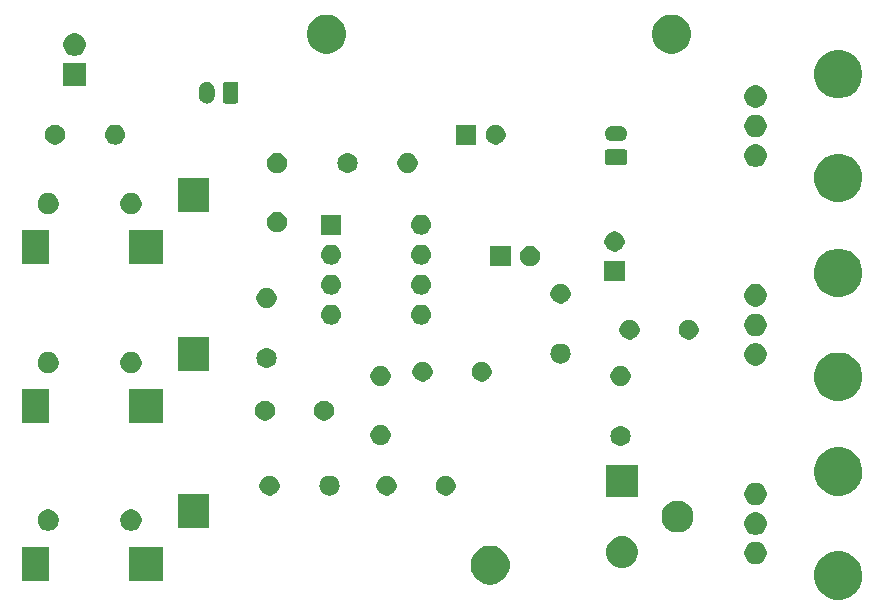
<source format=gbr>
G04 #@! TF.GenerationSoftware,KiCad,Pcbnew,(5.0.1)-rc2*
G04 #@! TF.CreationDate,2018-12-16T23:01:32-05:00*
G04 #@! TF.ProjectId,miniamp,6D696E69616D702E6B696361645F7063,rev?*
G04 #@! TF.SameCoordinates,Original*
G04 #@! TF.FileFunction,Soldermask,Top*
G04 #@! TF.FilePolarity,Negative*
%FSLAX46Y46*%
G04 Gerber Fmt 4.6, Leading zero omitted, Abs format (unit mm)*
G04 Created by KiCad (PCBNEW (5.0.1)-rc2) date 12/16/2018 11:01:32 PM*
%MOMM*%
%LPD*%
G01*
G04 APERTURE LIST*
%ADD10C,0.100000*%
G04 APERTURE END LIST*
D10*
G36*
X192891252Y-99495818D02*
X192891254Y-99495819D01*
X192891255Y-99495819D01*
X193264513Y-99650427D01*
X193491295Y-99801958D01*
X193600439Y-99874886D01*
X193886114Y-100160561D01*
X193886116Y-100160564D01*
X194110573Y-100496487D01*
X194265181Y-100869745D01*
X194265182Y-100869748D01*
X194344000Y-101265993D01*
X194344000Y-101670007D01*
X194293279Y-101925000D01*
X194265181Y-102066255D01*
X194110573Y-102439513D01*
X194110572Y-102439514D01*
X193886114Y-102775439D01*
X193600439Y-103061114D01*
X193600436Y-103061116D01*
X193264513Y-103285573D01*
X192891255Y-103440181D01*
X192891254Y-103440181D01*
X192891252Y-103440182D01*
X192495007Y-103519000D01*
X192090993Y-103519000D01*
X191694748Y-103440182D01*
X191694746Y-103440181D01*
X191694745Y-103440181D01*
X191321487Y-103285573D01*
X190985564Y-103061116D01*
X190985561Y-103061114D01*
X190699886Y-102775439D01*
X190475428Y-102439514D01*
X190475427Y-102439513D01*
X190320819Y-102066255D01*
X190292722Y-101925000D01*
X190242000Y-101670007D01*
X190242000Y-101265993D01*
X190320818Y-100869748D01*
X190320819Y-100869745D01*
X190475427Y-100496487D01*
X190699884Y-100160564D01*
X190699886Y-100160561D01*
X190985561Y-99874886D01*
X191094705Y-99801958D01*
X191321487Y-99650427D01*
X191694745Y-99495819D01*
X191694746Y-99495819D01*
X191694748Y-99495818D01*
X192090993Y-99417000D01*
X192495007Y-99417000D01*
X192891252Y-99495818D01*
X192891252Y-99495818D01*
G37*
G36*
X163121246Y-98961770D02*
X163295579Y-98996447D01*
X163596042Y-99120903D01*
X163850017Y-99290604D01*
X163866454Y-99301587D01*
X164096413Y-99531546D01*
X164096415Y-99531549D01*
X164277097Y-99801958D01*
X164366778Y-100018466D01*
X164401553Y-100102422D01*
X164465000Y-100421389D01*
X164465000Y-100746611D01*
X164401553Y-101065578D01*
X164277098Y-101366040D01*
X164096413Y-101636454D01*
X163866454Y-101866413D01*
X163866451Y-101866415D01*
X163596042Y-102047097D01*
X163295579Y-102171553D01*
X163189256Y-102192702D01*
X162976611Y-102235000D01*
X162651389Y-102235000D01*
X162438744Y-102192702D01*
X162332421Y-102171553D01*
X162031958Y-102047097D01*
X161761549Y-101866415D01*
X161761546Y-101866413D01*
X161531587Y-101636454D01*
X161350902Y-101366040D01*
X161226447Y-101065578D01*
X161163000Y-100746611D01*
X161163000Y-100421389D01*
X161226447Y-100102422D01*
X161261223Y-100018466D01*
X161350903Y-99801958D01*
X161531585Y-99531549D01*
X161531587Y-99531546D01*
X161761546Y-99301587D01*
X161777983Y-99290604D01*
X162031958Y-99120903D01*
X162332421Y-98996447D01*
X162506754Y-98961770D01*
X162651389Y-98933000D01*
X162976611Y-98933000D01*
X163121246Y-98961770D01*
X163121246Y-98961770D01*
G37*
G36*
X135160000Y-101925000D02*
X132258000Y-101925000D01*
X132258000Y-99023000D01*
X135160000Y-99023000D01*
X135160000Y-101925000D01*
X135160000Y-101925000D01*
G37*
G36*
X125460000Y-101925000D02*
X123158000Y-101925000D01*
X123158000Y-99023000D01*
X125460000Y-99023000D01*
X125460000Y-101925000D01*
X125460000Y-101925000D01*
G37*
G36*
X174253567Y-98146959D02*
X174384072Y-98172918D01*
X174629939Y-98274759D01*
X174850464Y-98422110D01*
X174851215Y-98422612D01*
X175039388Y-98610785D01*
X175039390Y-98610788D01*
X175187241Y-98832061D01*
X175266330Y-99023000D01*
X175289082Y-99077929D01*
X175333571Y-99301587D01*
X175341000Y-99338938D01*
X175341000Y-99605062D01*
X175289082Y-99866072D01*
X175187241Y-100111939D01*
X175039890Y-100332464D01*
X175039388Y-100333215D01*
X174851215Y-100521388D01*
X174851212Y-100521390D01*
X174629939Y-100669241D01*
X174384072Y-100771082D01*
X174253567Y-100797041D01*
X174123063Y-100823000D01*
X173856937Y-100823000D01*
X173726433Y-100797041D01*
X173595928Y-100771082D01*
X173350061Y-100669241D01*
X173128788Y-100521390D01*
X173128785Y-100521388D01*
X172940612Y-100333215D01*
X172940110Y-100332464D01*
X172792759Y-100111939D01*
X172690918Y-99866072D01*
X172639000Y-99605062D01*
X172639000Y-99338938D01*
X172646430Y-99301587D01*
X172690918Y-99077929D01*
X172713670Y-99023000D01*
X172792759Y-98832061D01*
X172940610Y-98610788D01*
X172940612Y-98610785D01*
X173128785Y-98422612D01*
X173129536Y-98422110D01*
X173350061Y-98274759D01*
X173595928Y-98172918D01*
X173726433Y-98146959D01*
X173856937Y-98121000D01*
X174123063Y-98121000D01*
X174253567Y-98146959D01*
X174253567Y-98146959D01*
G37*
G36*
X185570396Y-98653546D02*
X185743466Y-98725234D01*
X185899230Y-98829312D01*
X186031688Y-98961770D01*
X186135766Y-99117534D01*
X186207454Y-99290604D01*
X186244000Y-99474333D01*
X186244000Y-99661667D01*
X186207454Y-99845396D01*
X186135766Y-100018466D01*
X186031688Y-100174230D01*
X185899230Y-100306688D01*
X185743466Y-100410766D01*
X185570396Y-100482454D01*
X185386667Y-100519000D01*
X185199333Y-100519000D01*
X185015604Y-100482454D01*
X184842534Y-100410766D01*
X184686770Y-100306688D01*
X184554312Y-100174230D01*
X184450234Y-100018466D01*
X184378546Y-99845396D01*
X184342000Y-99661667D01*
X184342000Y-99474333D01*
X184378546Y-99290604D01*
X184450234Y-99117534D01*
X184554312Y-98961770D01*
X184686770Y-98829312D01*
X184842534Y-98725234D01*
X185015604Y-98653546D01*
X185199333Y-98617000D01*
X185386667Y-98617000D01*
X185570396Y-98653546D01*
X185570396Y-98653546D01*
G37*
G36*
X185570396Y-96153546D02*
X185743466Y-96225234D01*
X185899230Y-96329312D01*
X186031688Y-96461770D01*
X186135766Y-96617534D01*
X186207454Y-96790604D01*
X186244000Y-96974333D01*
X186244000Y-97161667D01*
X186207454Y-97345396D01*
X186135766Y-97518466D01*
X186031688Y-97674230D01*
X185899230Y-97806688D01*
X185743466Y-97910766D01*
X185570396Y-97982454D01*
X185386667Y-98019000D01*
X185199333Y-98019000D01*
X185015604Y-97982454D01*
X184842534Y-97910766D01*
X184686770Y-97806688D01*
X184554312Y-97674230D01*
X184450234Y-97518466D01*
X184378546Y-97345396D01*
X184342000Y-97161667D01*
X184342000Y-96974333D01*
X184378546Y-96790604D01*
X184450234Y-96617534D01*
X184554312Y-96461770D01*
X184686770Y-96329312D01*
X184842534Y-96225234D01*
X185015604Y-96153546D01*
X185199333Y-96117000D01*
X185386667Y-96117000D01*
X185570396Y-96153546D01*
X185570396Y-96153546D01*
G37*
G36*
X178953567Y-95146959D02*
X179084072Y-95172918D01*
X179329939Y-95274759D01*
X179533485Y-95410765D01*
X179551215Y-95422612D01*
X179739388Y-95610785D01*
X179739390Y-95610788D01*
X179887241Y-95832061D01*
X179989082Y-96077928D01*
X180013293Y-96199643D01*
X180041000Y-96338937D01*
X180041000Y-96605063D01*
X180038519Y-96617534D01*
X179989082Y-96866072D01*
X179887241Y-97111939D01*
X179739890Y-97332464D01*
X179739388Y-97333215D01*
X179551215Y-97521388D01*
X179551212Y-97521390D01*
X179329939Y-97669241D01*
X179084072Y-97771082D01*
X178953567Y-97797041D01*
X178823063Y-97823000D01*
X178556937Y-97823000D01*
X178426433Y-97797041D01*
X178295928Y-97771082D01*
X178050061Y-97669241D01*
X177828788Y-97521390D01*
X177828785Y-97521388D01*
X177640612Y-97333215D01*
X177640110Y-97332464D01*
X177492759Y-97111939D01*
X177390918Y-96866072D01*
X177341481Y-96617534D01*
X177339000Y-96605063D01*
X177339000Y-96338937D01*
X177366707Y-96199643D01*
X177390918Y-96077928D01*
X177492759Y-95832061D01*
X177640610Y-95610788D01*
X177640612Y-95610785D01*
X177828785Y-95422612D01*
X177846515Y-95410765D01*
X178050061Y-95274759D01*
X178295928Y-95172918D01*
X178426433Y-95146959D01*
X178556937Y-95121000D01*
X178823063Y-95121000D01*
X178953567Y-95146959D01*
X178953567Y-95146959D01*
G37*
G36*
X125671812Y-95907624D02*
X125835784Y-95975544D01*
X125983354Y-96074147D01*
X126108853Y-96199646D01*
X126207456Y-96347216D01*
X126275376Y-96511188D01*
X126310000Y-96685259D01*
X126310000Y-96862741D01*
X126275376Y-97036812D01*
X126207456Y-97200784D01*
X126108853Y-97348354D01*
X125983354Y-97473853D01*
X125835784Y-97572456D01*
X125671812Y-97640376D01*
X125497741Y-97675000D01*
X125320259Y-97675000D01*
X125146188Y-97640376D01*
X124982216Y-97572456D01*
X124834646Y-97473853D01*
X124709147Y-97348354D01*
X124610544Y-97200784D01*
X124542624Y-97036812D01*
X124508000Y-96862741D01*
X124508000Y-96685259D01*
X124542624Y-96511188D01*
X124610544Y-96347216D01*
X124709147Y-96199646D01*
X124834646Y-96074147D01*
X124982216Y-95975544D01*
X125146188Y-95907624D01*
X125320259Y-95873000D01*
X125497741Y-95873000D01*
X125671812Y-95907624D01*
X125671812Y-95907624D01*
G37*
G36*
X132671812Y-95907624D02*
X132835784Y-95975544D01*
X132983354Y-96074147D01*
X133108853Y-96199646D01*
X133207456Y-96347216D01*
X133275376Y-96511188D01*
X133310000Y-96685259D01*
X133310000Y-96862741D01*
X133275376Y-97036812D01*
X133207456Y-97200784D01*
X133108853Y-97348354D01*
X132983354Y-97473853D01*
X132835784Y-97572456D01*
X132671812Y-97640376D01*
X132497741Y-97675000D01*
X132320259Y-97675000D01*
X132146188Y-97640376D01*
X131982216Y-97572456D01*
X131834646Y-97473853D01*
X131709147Y-97348354D01*
X131610544Y-97200784D01*
X131542624Y-97036812D01*
X131508000Y-96862741D01*
X131508000Y-96685259D01*
X131542624Y-96511188D01*
X131610544Y-96347216D01*
X131709147Y-96199646D01*
X131834646Y-96074147D01*
X131982216Y-95975544D01*
X132146188Y-95907624D01*
X132320259Y-95873000D01*
X132497741Y-95873000D01*
X132671812Y-95907624D01*
X132671812Y-95907624D01*
G37*
G36*
X139060000Y-97475000D02*
X136358000Y-97475000D01*
X136358000Y-94573000D01*
X139060000Y-94573000D01*
X139060000Y-97475000D01*
X139060000Y-97475000D01*
G37*
G36*
X185570396Y-93653546D02*
X185743466Y-93725234D01*
X185899230Y-93829312D01*
X186031688Y-93961770D01*
X186135766Y-94117534D01*
X186207454Y-94290604D01*
X186244000Y-94474333D01*
X186244000Y-94661667D01*
X186207454Y-94845396D01*
X186135766Y-95018466D01*
X186031688Y-95174230D01*
X185899230Y-95306688D01*
X185743466Y-95410766D01*
X185570396Y-95482454D01*
X185386667Y-95519000D01*
X185199333Y-95519000D01*
X185015604Y-95482454D01*
X184842534Y-95410766D01*
X184686770Y-95306688D01*
X184554312Y-95174230D01*
X184450234Y-95018466D01*
X184378546Y-94845396D01*
X184342000Y-94661667D01*
X184342000Y-94474333D01*
X184378546Y-94290604D01*
X184450234Y-94117534D01*
X184554312Y-93961770D01*
X184686770Y-93829312D01*
X184842534Y-93725234D01*
X185015604Y-93653546D01*
X185199333Y-93617000D01*
X185386667Y-93617000D01*
X185570396Y-93653546D01*
X185570396Y-93653546D01*
G37*
G36*
X175341000Y-94823000D02*
X172639000Y-94823000D01*
X172639000Y-92121000D01*
X175341000Y-92121000D01*
X175341000Y-94823000D01*
X175341000Y-94823000D01*
G37*
G36*
X192891252Y-90695818D02*
X192891254Y-90695819D01*
X192891255Y-90695819D01*
X193264513Y-90850427D01*
X193264514Y-90850428D01*
X193600439Y-91074886D01*
X193886114Y-91360561D01*
X193886116Y-91360564D01*
X194110573Y-91696487D01*
X194265181Y-92069745D01*
X194265182Y-92069748D01*
X194344000Y-92465993D01*
X194344000Y-92870007D01*
X194268745Y-93248341D01*
X194265181Y-93266255D01*
X194110573Y-93639513D01*
X194053296Y-93725234D01*
X193886114Y-93975439D01*
X193600439Y-94261114D01*
X193600436Y-94261116D01*
X193264513Y-94485573D01*
X192891255Y-94640181D01*
X192891254Y-94640181D01*
X192891252Y-94640182D01*
X192495007Y-94719000D01*
X192090993Y-94719000D01*
X191694748Y-94640182D01*
X191694746Y-94640181D01*
X191694745Y-94640181D01*
X191321487Y-94485573D01*
X190985564Y-94261116D01*
X190985561Y-94261114D01*
X190699886Y-93975439D01*
X190532704Y-93725234D01*
X190475427Y-93639513D01*
X190320819Y-93266255D01*
X190317256Y-93248341D01*
X190242000Y-92870007D01*
X190242000Y-92465993D01*
X190320818Y-92069748D01*
X190320819Y-92069745D01*
X190475427Y-91696487D01*
X190699884Y-91360564D01*
X190699886Y-91360561D01*
X190985561Y-91074886D01*
X191321486Y-90850428D01*
X191321487Y-90850427D01*
X191694745Y-90695819D01*
X191694746Y-90695819D01*
X191694748Y-90695818D01*
X192090993Y-90617000D01*
X192495007Y-90617000D01*
X192891252Y-90695818D01*
X192891252Y-90695818D01*
G37*
G36*
X149391821Y-93014313D02*
X149391824Y-93014314D01*
X149391825Y-93014314D01*
X149552239Y-93062975D01*
X149552241Y-93062976D01*
X149552244Y-93062977D01*
X149700078Y-93141995D01*
X149829659Y-93248341D01*
X149936005Y-93377922D01*
X150015023Y-93525756D01*
X150015024Y-93525759D01*
X150015025Y-93525761D01*
X150053788Y-93653546D01*
X150063687Y-93686179D01*
X150080117Y-93853000D01*
X150063687Y-94019821D01*
X150063686Y-94019824D01*
X150063686Y-94019825D01*
X150034047Y-94117533D01*
X150015023Y-94180244D01*
X149936005Y-94328078D01*
X149829659Y-94457659D01*
X149700078Y-94564005D01*
X149552244Y-94643023D01*
X149552241Y-94643024D01*
X149552239Y-94643025D01*
X149391825Y-94691686D01*
X149391824Y-94691686D01*
X149391821Y-94691687D01*
X149266804Y-94704000D01*
X149183196Y-94704000D01*
X149058179Y-94691687D01*
X149058176Y-94691686D01*
X149058175Y-94691686D01*
X148897761Y-94643025D01*
X148897759Y-94643024D01*
X148897756Y-94643023D01*
X148749922Y-94564005D01*
X148620341Y-94457659D01*
X148513995Y-94328078D01*
X148434977Y-94180244D01*
X148415954Y-94117533D01*
X148386314Y-94019825D01*
X148386314Y-94019824D01*
X148386313Y-94019821D01*
X148369883Y-93853000D01*
X148386313Y-93686179D01*
X148396212Y-93653546D01*
X148434975Y-93525761D01*
X148434976Y-93525759D01*
X148434977Y-93525756D01*
X148513995Y-93377922D01*
X148620341Y-93248341D01*
X148749922Y-93141995D01*
X148897756Y-93062977D01*
X148897759Y-93062976D01*
X148897761Y-93062975D01*
X149058175Y-93014314D01*
X149058176Y-93014314D01*
X149058179Y-93014313D01*
X149183196Y-93002000D01*
X149266804Y-93002000D01*
X149391821Y-93014313D01*
X149391821Y-93014313D01*
G37*
G36*
X144393228Y-93034703D02*
X144548100Y-93098853D01*
X144687481Y-93191985D01*
X144806015Y-93310519D01*
X144899147Y-93449900D01*
X144963297Y-93604772D01*
X144996000Y-93769184D01*
X144996000Y-93936816D01*
X144963297Y-94101228D01*
X144899147Y-94256100D01*
X144806015Y-94395481D01*
X144687481Y-94514015D01*
X144548100Y-94607147D01*
X144393228Y-94671297D01*
X144228816Y-94704000D01*
X144061184Y-94704000D01*
X143896772Y-94671297D01*
X143741900Y-94607147D01*
X143602519Y-94514015D01*
X143483985Y-94395481D01*
X143390853Y-94256100D01*
X143326703Y-94101228D01*
X143294000Y-93936816D01*
X143294000Y-93769184D01*
X143326703Y-93604772D01*
X143390853Y-93449900D01*
X143483985Y-93310519D01*
X143602519Y-93191985D01*
X143741900Y-93098853D01*
X143896772Y-93034703D01*
X144061184Y-93002000D01*
X144228816Y-93002000D01*
X144393228Y-93034703D01*
X144393228Y-93034703D01*
G37*
G36*
X154299228Y-93034703D02*
X154454100Y-93098853D01*
X154593481Y-93191985D01*
X154712015Y-93310519D01*
X154805147Y-93449900D01*
X154869297Y-93604772D01*
X154902000Y-93769184D01*
X154902000Y-93936816D01*
X154869297Y-94101228D01*
X154805147Y-94256100D01*
X154712015Y-94395481D01*
X154593481Y-94514015D01*
X154454100Y-94607147D01*
X154299228Y-94671297D01*
X154134816Y-94704000D01*
X153967184Y-94704000D01*
X153802772Y-94671297D01*
X153647900Y-94607147D01*
X153508519Y-94514015D01*
X153389985Y-94395481D01*
X153296853Y-94256100D01*
X153232703Y-94101228D01*
X153200000Y-93936816D01*
X153200000Y-93769184D01*
X153232703Y-93604772D01*
X153296853Y-93449900D01*
X153389985Y-93310519D01*
X153508519Y-93191985D01*
X153647900Y-93098853D01*
X153802772Y-93034703D01*
X153967184Y-93002000D01*
X154134816Y-93002000D01*
X154299228Y-93034703D01*
X154299228Y-93034703D01*
G37*
G36*
X159299228Y-93034703D02*
X159454100Y-93098853D01*
X159593481Y-93191985D01*
X159712015Y-93310519D01*
X159805147Y-93449900D01*
X159869297Y-93604772D01*
X159902000Y-93769184D01*
X159902000Y-93936816D01*
X159869297Y-94101228D01*
X159805147Y-94256100D01*
X159712015Y-94395481D01*
X159593481Y-94514015D01*
X159454100Y-94607147D01*
X159299228Y-94671297D01*
X159134816Y-94704000D01*
X158967184Y-94704000D01*
X158802772Y-94671297D01*
X158647900Y-94607147D01*
X158508519Y-94514015D01*
X158389985Y-94395481D01*
X158296853Y-94256100D01*
X158232703Y-94101228D01*
X158200000Y-93936816D01*
X158200000Y-93769184D01*
X158232703Y-93604772D01*
X158296853Y-93449900D01*
X158389985Y-93310519D01*
X158508519Y-93191985D01*
X158647900Y-93098853D01*
X158802772Y-93034703D01*
X158967184Y-93002000D01*
X159134816Y-93002000D01*
X159299228Y-93034703D01*
X159299228Y-93034703D01*
G37*
G36*
X174029821Y-88823313D02*
X174029824Y-88823314D01*
X174029825Y-88823314D01*
X174190239Y-88871975D01*
X174190241Y-88871976D01*
X174190244Y-88871977D01*
X174338078Y-88950995D01*
X174467659Y-89057341D01*
X174574005Y-89186922D01*
X174653023Y-89334756D01*
X174701687Y-89495179D01*
X174718117Y-89662000D01*
X174701687Y-89828821D01*
X174701686Y-89828824D01*
X174701686Y-89828825D01*
X174654281Y-89985100D01*
X174653023Y-89989244D01*
X174574005Y-90137078D01*
X174467659Y-90266659D01*
X174338078Y-90373005D01*
X174190244Y-90452023D01*
X174190241Y-90452024D01*
X174190239Y-90452025D01*
X174029825Y-90500686D01*
X174029824Y-90500686D01*
X174029821Y-90500687D01*
X173904804Y-90513000D01*
X173821196Y-90513000D01*
X173696179Y-90500687D01*
X173696176Y-90500686D01*
X173696175Y-90500686D01*
X173535761Y-90452025D01*
X173535759Y-90452024D01*
X173535756Y-90452023D01*
X173387922Y-90373005D01*
X173258341Y-90266659D01*
X173151995Y-90137078D01*
X173072977Y-89989244D01*
X173071720Y-89985100D01*
X173024314Y-89828825D01*
X173024314Y-89828824D01*
X173024313Y-89828821D01*
X173007883Y-89662000D01*
X173024313Y-89495179D01*
X173072977Y-89334756D01*
X173151995Y-89186922D01*
X173258341Y-89057341D01*
X173387922Y-88950995D01*
X173535756Y-88871977D01*
X173535759Y-88871976D01*
X173535761Y-88871975D01*
X173696175Y-88823314D01*
X173696176Y-88823314D01*
X173696179Y-88823313D01*
X173821196Y-88811000D01*
X173904804Y-88811000D01*
X174029821Y-88823313D01*
X174029821Y-88823313D01*
G37*
G36*
X153791228Y-88763703D02*
X153946100Y-88827853D01*
X154085481Y-88920985D01*
X154204015Y-89039519D01*
X154297147Y-89178900D01*
X154361297Y-89333772D01*
X154394000Y-89498184D01*
X154394000Y-89665816D01*
X154361297Y-89830228D01*
X154297147Y-89985100D01*
X154204015Y-90124481D01*
X154085481Y-90243015D01*
X153946100Y-90336147D01*
X153791228Y-90400297D01*
X153626816Y-90433000D01*
X153459184Y-90433000D01*
X153294772Y-90400297D01*
X153139900Y-90336147D01*
X153000519Y-90243015D01*
X152881985Y-90124481D01*
X152788853Y-89985100D01*
X152724703Y-89830228D01*
X152692000Y-89665816D01*
X152692000Y-89498184D01*
X152724703Y-89333772D01*
X152788853Y-89178900D01*
X152881985Y-89039519D01*
X153000519Y-88920985D01*
X153139900Y-88827853D01*
X153294772Y-88763703D01*
X153459184Y-88731000D01*
X153626816Y-88731000D01*
X153791228Y-88763703D01*
X153791228Y-88763703D01*
G37*
G36*
X135160000Y-88590000D02*
X132258000Y-88590000D01*
X132258000Y-85688000D01*
X135160000Y-85688000D01*
X135160000Y-88590000D01*
X135160000Y-88590000D01*
G37*
G36*
X125460000Y-88590000D02*
X123158000Y-88590000D01*
X123158000Y-85688000D01*
X125460000Y-85688000D01*
X125460000Y-88590000D01*
X125460000Y-88590000D01*
G37*
G36*
X149012228Y-86684703D02*
X149167100Y-86748853D01*
X149306481Y-86841985D01*
X149425015Y-86960519D01*
X149518147Y-87099900D01*
X149582297Y-87254772D01*
X149615000Y-87419184D01*
X149615000Y-87586816D01*
X149582297Y-87751228D01*
X149518147Y-87906100D01*
X149425015Y-88045481D01*
X149306481Y-88164015D01*
X149167100Y-88257147D01*
X149012228Y-88321297D01*
X148847816Y-88354000D01*
X148680184Y-88354000D01*
X148515772Y-88321297D01*
X148360900Y-88257147D01*
X148221519Y-88164015D01*
X148102985Y-88045481D01*
X148009853Y-87906100D01*
X147945703Y-87751228D01*
X147913000Y-87586816D01*
X147913000Y-87419184D01*
X147945703Y-87254772D01*
X148009853Y-87099900D01*
X148102985Y-86960519D01*
X148221519Y-86841985D01*
X148360900Y-86748853D01*
X148515772Y-86684703D01*
X148680184Y-86652000D01*
X148847816Y-86652000D01*
X149012228Y-86684703D01*
X149012228Y-86684703D01*
G37*
G36*
X144012228Y-86684703D02*
X144167100Y-86748853D01*
X144306481Y-86841985D01*
X144425015Y-86960519D01*
X144518147Y-87099900D01*
X144582297Y-87254772D01*
X144615000Y-87419184D01*
X144615000Y-87586816D01*
X144582297Y-87751228D01*
X144518147Y-87906100D01*
X144425015Y-88045481D01*
X144306481Y-88164015D01*
X144167100Y-88257147D01*
X144012228Y-88321297D01*
X143847816Y-88354000D01*
X143680184Y-88354000D01*
X143515772Y-88321297D01*
X143360900Y-88257147D01*
X143221519Y-88164015D01*
X143102985Y-88045481D01*
X143009853Y-87906100D01*
X142945703Y-87751228D01*
X142913000Y-87586816D01*
X142913000Y-87419184D01*
X142945703Y-87254772D01*
X143009853Y-87099900D01*
X143102985Y-86960519D01*
X143221519Y-86841985D01*
X143360900Y-86748853D01*
X143515772Y-86684703D01*
X143680184Y-86652000D01*
X143847816Y-86652000D01*
X144012228Y-86684703D01*
X144012228Y-86684703D01*
G37*
G36*
X192891252Y-82668318D02*
X192891254Y-82668319D01*
X192891255Y-82668319D01*
X193264513Y-82822927D01*
X193547803Y-83012216D01*
X193600439Y-83047386D01*
X193886114Y-83333061D01*
X193886116Y-83333064D01*
X194110573Y-83668987D01*
X194214954Y-83920986D01*
X194265182Y-84042248D01*
X194344000Y-84438493D01*
X194344000Y-84842507D01*
X194321595Y-84955147D01*
X194265181Y-85238755D01*
X194110573Y-85612013D01*
X194110572Y-85612014D01*
X193886114Y-85947939D01*
X193600439Y-86233614D01*
X193600436Y-86233616D01*
X193264513Y-86458073D01*
X192891255Y-86612681D01*
X192891254Y-86612681D01*
X192891252Y-86612682D01*
X192495007Y-86691500D01*
X192090993Y-86691500D01*
X191694748Y-86612682D01*
X191694746Y-86612681D01*
X191694745Y-86612681D01*
X191321487Y-86458073D01*
X190985564Y-86233616D01*
X190985561Y-86233614D01*
X190699886Y-85947939D01*
X190475428Y-85612014D01*
X190475427Y-85612013D01*
X190320819Y-85238755D01*
X190264406Y-84955147D01*
X190242000Y-84842507D01*
X190242000Y-84438493D01*
X190320818Y-84042248D01*
X190371046Y-83920986D01*
X190475427Y-83668987D01*
X190699884Y-83333064D01*
X190699886Y-83333061D01*
X190985561Y-83047386D01*
X191038197Y-83012216D01*
X191321487Y-82822927D01*
X191694745Y-82668319D01*
X191694746Y-82668319D01*
X191694748Y-82668318D01*
X192090993Y-82589500D01*
X192495007Y-82589500D01*
X192891252Y-82668318D01*
X192891252Y-82668318D01*
G37*
G36*
X174111228Y-83763703D02*
X174266100Y-83827853D01*
X174405481Y-83920985D01*
X174524015Y-84039519D01*
X174617147Y-84178900D01*
X174681297Y-84333772D01*
X174714000Y-84498184D01*
X174714000Y-84665816D01*
X174681297Y-84830228D01*
X174617147Y-84985100D01*
X174524015Y-85124481D01*
X174405481Y-85243015D01*
X174266100Y-85336147D01*
X174111228Y-85400297D01*
X173946816Y-85433000D01*
X173779184Y-85433000D01*
X173614772Y-85400297D01*
X173459900Y-85336147D01*
X173320519Y-85243015D01*
X173201985Y-85124481D01*
X173108853Y-84985100D01*
X173044703Y-84830228D01*
X173012000Y-84665816D01*
X173012000Y-84498184D01*
X173044703Y-84333772D01*
X173108853Y-84178900D01*
X173201985Y-84039519D01*
X173320519Y-83920985D01*
X173459900Y-83827853D01*
X173614772Y-83763703D01*
X173779184Y-83731000D01*
X173946816Y-83731000D01*
X174111228Y-83763703D01*
X174111228Y-83763703D01*
G37*
G36*
X153791228Y-83763703D02*
X153946100Y-83827853D01*
X154085481Y-83920985D01*
X154204015Y-84039519D01*
X154297147Y-84178900D01*
X154361297Y-84333772D01*
X154394000Y-84498184D01*
X154394000Y-84665816D01*
X154361297Y-84830228D01*
X154297147Y-84985100D01*
X154204015Y-85124481D01*
X154085481Y-85243015D01*
X153946100Y-85336147D01*
X153791228Y-85400297D01*
X153626816Y-85433000D01*
X153459184Y-85433000D01*
X153294772Y-85400297D01*
X153139900Y-85336147D01*
X153000519Y-85243015D01*
X152881985Y-85124481D01*
X152788853Y-84985100D01*
X152724703Y-84830228D01*
X152692000Y-84665816D01*
X152692000Y-84498184D01*
X152724703Y-84333772D01*
X152788853Y-84178900D01*
X152881985Y-84039519D01*
X153000519Y-83920985D01*
X153139900Y-83827853D01*
X153294772Y-83763703D01*
X153459184Y-83731000D01*
X153626816Y-83731000D01*
X153791228Y-83763703D01*
X153791228Y-83763703D01*
G37*
G36*
X162347228Y-83382703D02*
X162502100Y-83446853D01*
X162641481Y-83539985D01*
X162760015Y-83658519D01*
X162853147Y-83797900D01*
X162917297Y-83952772D01*
X162950000Y-84117184D01*
X162950000Y-84284816D01*
X162917297Y-84449228D01*
X162853147Y-84604100D01*
X162760015Y-84743481D01*
X162641481Y-84862015D01*
X162502100Y-84955147D01*
X162347228Y-85019297D01*
X162182816Y-85052000D01*
X162015184Y-85052000D01*
X161850772Y-85019297D01*
X161695900Y-84955147D01*
X161556519Y-84862015D01*
X161437985Y-84743481D01*
X161344853Y-84604100D01*
X161280703Y-84449228D01*
X161248000Y-84284816D01*
X161248000Y-84117184D01*
X161280703Y-83952772D01*
X161344853Y-83797900D01*
X161437985Y-83658519D01*
X161556519Y-83539985D01*
X161695900Y-83446853D01*
X161850772Y-83382703D01*
X162015184Y-83350000D01*
X162182816Y-83350000D01*
X162347228Y-83382703D01*
X162347228Y-83382703D01*
G37*
G36*
X157347228Y-83382703D02*
X157502100Y-83446853D01*
X157641481Y-83539985D01*
X157760015Y-83658519D01*
X157853147Y-83797900D01*
X157917297Y-83952772D01*
X157950000Y-84117184D01*
X157950000Y-84284816D01*
X157917297Y-84449228D01*
X157853147Y-84604100D01*
X157760015Y-84743481D01*
X157641481Y-84862015D01*
X157502100Y-84955147D01*
X157347228Y-85019297D01*
X157182816Y-85052000D01*
X157015184Y-85052000D01*
X156850772Y-85019297D01*
X156695900Y-84955147D01*
X156556519Y-84862015D01*
X156437985Y-84743481D01*
X156344853Y-84604100D01*
X156280703Y-84449228D01*
X156248000Y-84284816D01*
X156248000Y-84117184D01*
X156280703Y-83952772D01*
X156344853Y-83797900D01*
X156437985Y-83658519D01*
X156556519Y-83539985D01*
X156695900Y-83446853D01*
X156850772Y-83382703D01*
X157015184Y-83350000D01*
X157182816Y-83350000D01*
X157347228Y-83382703D01*
X157347228Y-83382703D01*
G37*
G36*
X125671812Y-82572624D02*
X125835784Y-82640544D01*
X125983354Y-82739147D01*
X126108853Y-82864646D01*
X126207456Y-83012216D01*
X126275376Y-83176188D01*
X126310000Y-83350259D01*
X126310000Y-83527741D01*
X126275376Y-83701812D01*
X126207456Y-83865784D01*
X126108853Y-84013354D01*
X125983354Y-84138853D01*
X125835784Y-84237456D01*
X125671812Y-84305376D01*
X125497741Y-84340000D01*
X125320259Y-84340000D01*
X125146188Y-84305376D01*
X124982216Y-84237456D01*
X124834646Y-84138853D01*
X124709147Y-84013354D01*
X124610544Y-83865784D01*
X124542624Y-83701812D01*
X124508000Y-83527741D01*
X124508000Y-83350259D01*
X124542624Y-83176188D01*
X124610544Y-83012216D01*
X124709147Y-82864646D01*
X124834646Y-82739147D01*
X124982216Y-82640544D01*
X125146188Y-82572624D01*
X125320259Y-82538000D01*
X125497741Y-82538000D01*
X125671812Y-82572624D01*
X125671812Y-82572624D01*
G37*
G36*
X132671812Y-82572624D02*
X132835784Y-82640544D01*
X132983354Y-82739147D01*
X133108853Y-82864646D01*
X133207456Y-83012216D01*
X133275376Y-83176188D01*
X133310000Y-83350259D01*
X133310000Y-83527741D01*
X133275376Y-83701812D01*
X133207456Y-83865784D01*
X133108853Y-84013354D01*
X132983354Y-84138853D01*
X132835784Y-84237456D01*
X132671812Y-84305376D01*
X132497741Y-84340000D01*
X132320259Y-84340000D01*
X132146188Y-84305376D01*
X131982216Y-84237456D01*
X131834646Y-84138853D01*
X131709147Y-84013354D01*
X131610544Y-83865784D01*
X131542624Y-83701812D01*
X131508000Y-83527741D01*
X131508000Y-83350259D01*
X131542624Y-83176188D01*
X131610544Y-83012216D01*
X131709147Y-82864646D01*
X131834646Y-82739147D01*
X131982216Y-82640544D01*
X132146188Y-82572624D01*
X132320259Y-82538000D01*
X132497741Y-82538000D01*
X132671812Y-82572624D01*
X132671812Y-82572624D01*
G37*
G36*
X139060000Y-84140000D02*
X136358000Y-84140000D01*
X136358000Y-81238000D01*
X139060000Y-81238000D01*
X139060000Y-84140000D01*
X139060000Y-84140000D01*
G37*
G36*
X144057821Y-82219313D02*
X144057824Y-82219314D01*
X144057825Y-82219314D01*
X144218239Y-82267975D01*
X144218241Y-82267976D01*
X144218244Y-82267977D01*
X144366078Y-82346995D01*
X144495659Y-82453341D01*
X144602005Y-82582922D01*
X144681023Y-82730756D01*
X144681024Y-82730759D01*
X144681025Y-82730761D01*
X144729686Y-82891175D01*
X144729687Y-82891179D01*
X144746117Y-83058000D01*
X144729687Y-83224821D01*
X144729686Y-83224824D01*
X144729686Y-83224825D01*
X144691715Y-83350000D01*
X144681023Y-83385244D01*
X144602005Y-83533078D01*
X144495659Y-83662659D01*
X144366078Y-83769005D01*
X144218244Y-83848023D01*
X144218241Y-83848024D01*
X144218239Y-83848025D01*
X144057825Y-83896686D01*
X144057824Y-83896686D01*
X144057821Y-83896687D01*
X143932804Y-83909000D01*
X143849196Y-83909000D01*
X143724179Y-83896687D01*
X143724176Y-83896686D01*
X143724175Y-83896686D01*
X143563761Y-83848025D01*
X143563759Y-83848024D01*
X143563756Y-83848023D01*
X143415922Y-83769005D01*
X143286341Y-83662659D01*
X143179995Y-83533078D01*
X143100977Y-83385244D01*
X143090286Y-83350000D01*
X143052314Y-83224825D01*
X143052314Y-83224824D01*
X143052313Y-83224821D01*
X143035883Y-83058000D01*
X143052313Y-82891179D01*
X143052314Y-82891175D01*
X143100975Y-82730761D01*
X143100976Y-82730759D01*
X143100977Y-82730756D01*
X143179995Y-82582922D01*
X143286341Y-82453341D01*
X143415922Y-82346995D01*
X143563756Y-82267977D01*
X143563759Y-82267976D01*
X143563761Y-82267975D01*
X143724175Y-82219314D01*
X143724176Y-82219314D01*
X143724179Y-82219313D01*
X143849196Y-82207000D01*
X143932804Y-82207000D01*
X144057821Y-82219313D01*
X144057821Y-82219313D01*
G37*
G36*
X185570396Y-81826046D02*
X185743466Y-81897734D01*
X185899230Y-82001812D01*
X186031688Y-82134270D01*
X186135766Y-82290034D01*
X186207454Y-82463104D01*
X186244000Y-82646833D01*
X186244000Y-82834167D01*
X186207454Y-83017896D01*
X186135766Y-83190966D01*
X186031688Y-83346730D01*
X185899230Y-83479188D01*
X185743466Y-83583266D01*
X185570396Y-83654954D01*
X185386667Y-83691500D01*
X185199333Y-83691500D01*
X185015604Y-83654954D01*
X184842534Y-83583266D01*
X184686770Y-83479188D01*
X184554312Y-83346730D01*
X184450234Y-83190966D01*
X184378546Y-83017896D01*
X184342000Y-82834167D01*
X184342000Y-82646833D01*
X184378546Y-82463104D01*
X184450234Y-82290034D01*
X184554312Y-82134270D01*
X184686770Y-82001812D01*
X184842534Y-81897734D01*
X185015604Y-81826046D01*
X185199333Y-81789500D01*
X185386667Y-81789500D01*
X185570396Y-81826046D01*
X185570396Y-81826046D01*
G37*
G36*
X168949821Y-81838313D02*
X168949824Y-81838314D01*
X168949825Y-81838314D01*
X169110239Y-81886975D01*
X169110241Y-81886976D01*
X169110244Y-81886977D01*
X169258078Y-81965995D01*
X169387659Y-82072341D01*
X169494005Y-82201922D01*
X169573023Y-82349756D01*
X169573024Y-82349759D01*
X169573025Y-82349761D01*
X169607407Y-82463104D01*
X169621687Y-82510179D01*
X169638117Y-82677000D01*
X169621687Y-82843821D01*
X169621686Y-82843824D01*
X169621686Y-82843825D01*
X169607323Y-82891175D01*
X169573023Y-83004244D01*
X169494005Y-83152078D01*
X169387659Y-83281659D01*
X169258078Y-83388005D01*
X169110244Y-83467023D01*
X169110241Y-83467024D01*
X169110239Y-83467025D01*
X168949825Y-83515686D01*
X168949824Y-83515686D01*
X168949821Y-83515687D01*
X168824804Y-83528000D01*
X168741196Y-83528000D01*
X168616179Y-83515687D01*
X168616176Y-83515686D01*
X168616175Y-83515686D01*
X168455761Y-83467025D01*
X168455759Y-83467024D01*
X168455756Y-83467023D01*
X168307922Y-83388005D01*
X168178341Y-83281659D01*
X168071995Y-83152078D01*
X167992977Y-83004244D01*
X167958678Y-82891175D01*
X167944314Y-82843825D01*
X167944314Y-82843824D01*
X167944313Y-82843821D01*
X167927883Y-82677000D01*
X167944313Y-82510179D01*
X167958593Y-82463104D01*
X167992975Y-82349761D01*
X167992976Y-82349759D01*
X167992977Y-82349756D01*
X168071995Y-82201922D01*
X168178341Y-82072341D01*
X168307922Y-81965995D01*
X168455756Y-81886977D01*
X168455759Y-81886976D01*
X168455761Y-81886975D01*
X168616175Y-81838314D01*
X168616176Y-81838314D01*
X168616179Y-81838313D01*
X168741196Y-81826000D01*
X168824804Y-81826000D01*
X168949821Y-81838313D01*
X168949821Y-81838313D01*
G37*
G36*
X179873228Y-79826703D02*
X180028100Y-79890853D01*
X180167481Y-79983985D01*
X180286015Y-80102519D01*
X180379147Y-80241900D01*
X180443297Y-80396772D01*
X180476000Y-80561184D01*
X180476000Y-80728816D01*
X180443297Y-80893228D01*
X180379147Y-81048100D01*
X180286015Y-81187481D01*
X180167481Y-81306015D01*
X180028100Y-81399147D01*
X179873228Y-81463297D01*
X179708816Y-81496000D01*
X179541184Y-81496000D01*
X179376772Y-81463297D01*
X179221900Y-81399147D01*
X179082519Y-81306015D01*
X178963985Y-81187481D01*
X178870853Y-81048100D01*
X178806703Y-80893228D01*
X178774000Y-80728816D01*
X178774000Y-80561184D01*
X178806703Y-80396772D01*
X178870853Y-80241900D01*
X178963985Y-80102519D01*
X179082519Y-79983985D01*
X179221900Y-79890853D01*
X179376772Y-79826703D01*
X179541184Y-79794000D01*
X179708816Y-79794000D01*
X179873228Y-79826703D01*
X179873228Y-79826703D01*
G37*
G36*
X174873228Y-79826703D02*
X175028100Y-79890853D01*
X175167481Y-79983985D01*
X175286015Y-80102519D01*
X175379147Y-80241900D01*
X175443297Y-80396772D01*
X175476000Y-80561184D01*
X175476000Y-80728816D01*
X175443297Y-80893228D01*
X175379147Y-81048100D01*
X175286015Y-81187481D01*
X175167481Y-81306015D01*
X175028100Y-81399147D01*
X174873228Y-81463297D01*
X174708816Y-81496000D01*
X174541184Y-81496000D01*
X174376772Y-81463297D01*
X174221900Y-81399147D01*
X174082519Y-81306015D01*
X173963985Y-81187481D01*
X173870853Y-81048100D01*
X173806703Y-80893228D01*
X173774000Y-80728816D01*
X173774000Y-80561184D01*
X173806703Y-80396772D01*
X173870853Y-80241900D01*
X173963985Y-80102519D01*
X174082519Y-79983985D01*
X174221900Y-79890853D01*
X174376772Y-79826703D01*
X174541184Y-79794000D01*
X174708816Y-79794000D01*
X174873228Y-79826703D01*
X174873228Y-79826703D01*
G37*
G36*
X185570396Y-79326046D02*
X185743466Y-79397734D01*
X185899230Y-79501812D01*
X186031688Y-79634270D01*
X186135766Y-79790034D01*
X186207454Y-79963104D01*
X186244000Y-80146833D01*
X186244000Y-80334167D01*
X186207454Y-80517896D01*
X186135766Y-80690966D01*
X186031688Y-80846730D01*
X185899230Y-80979188D01*
X185743466Y-81083266D01*
X185570396Y-81154954D01*
X185386667Y-81191500D01*
X185199333Y-81191500D01*
X185015604Y-81154954D01*
X184842534Y-81083266D01*
X184686770Y-80979188D01*
X184554312Y-80846730D01*
X184450234Y-80690966D01*
X184378546Y-80517896D01*
X184342000Y-80334167D01*
X184342000Y-80146833D01*
X184378546Y-79963104D01*
X184450234Y-79790034D01*
X184554312Y-79634270D01*
X184686770Y-79501812D01*
X184842534Y-79397734D01*
X185015604Y-79326046D01*
X185199333Y-79289500D01*
X185386667Y-79289500D01*
X185570396Y-79326046D01*
X185570396Y-79326046D01*
G37*
G36*
X149518821Y-78536313D02*
X149518824Y-78536314D01*
X149518825Y-78536314D01*
X149679239Y-78584975D01*
X149679241Y-78584976D01*
X149679244Y-78584977D01*
X149827078Y-78663995D01*
X149956659Y-78770341D01*
X150063005Y-78899922D01*
X150142023Y-79047756D01*
X150190687Y-79208179D01*
X150207117Y-79375000D01*
X150190687Y-79541821D01*
X150142023Y-79702244D01*
X150063005Y-79850078D01*
X149956659Y-79979659D01*
X149827078Y-80086005D01*
X149679244Y-80165023D01*
X149679241Y-80165024D01*
X149679239Y-80165025D01*
X149518825Y-80213686D01*
X149518824Y-80213686D01*
X149518821Y-80213687D01*
X149393804Y-80226000D01*
X149310196Y-80226000D01*
X149185179Y-80213687D01*
X149185176Y-80213686D01*
X149185175Y-80213686D01*
X149024761Y-80165025D01*
X149024759Y-80165024D01*
X149024756Y-80165023D01*
X148876922Y-80086005D01*
X148747341Y-79979659D01*
X148640995Y-79850078D01*
X148561977Y-79702244D01*
X148513313Y-79541821D01*
X148496883Y-79375000D01*
X148513313Y-79208179D01*
X148561977Y-79047756D01*
X148640995Y-78899922D01*
X148747341Y-78770341D01*
X148876922Y-78663995D01*
X149024756Y-78584977D01*
X149024759Y-78584976D01*
X149024761Y-78584975D01*
X149185175Y-78536314D01*
X149185176Y-78536314D01*
X149185179Y-78536313D01*
X149310196Y-78524000D01*
X149393804Y-78524000D01*
X149518821Y-78536313D01*
X149518821Y-78536313D01*
G37*
G36*
X157138821Y-78536313D02*
X157138824Y-78536314D01*
X157138825Y-78536314D01*
X157299239Y-78584975D01*
X157299241Y-78584976D01*
X157299244Y-78584977D01*
X157447078Y-78663995D01*
X157576659Y-78770341D01*
X157683005Y-78899922D01*
X157762023Y-79047756D01*
X157810687Y-79208179D01*
X157827117Y-79375000D01*
X157810687Y-79541821D01*
X157762023Y-79702244D01*
X157683005Y-79850078D01*
X157576659Y-79979659D01*
X157447078Y-80086005D01*
X157299244Y-80165023D01*
X157299241Y-80165024D01*
X157299239Y-80165025D01*
X157138825Y-80213686D01*
X157138824Y-80213686D01*
X157138821Y-80213687D01*
X157013804Y-80226000D01*
X156930196Y-80226000D01*
X156805179Y-80213687D01*
X156805176Y-80213686D01*
X156805175Y-80213686D01*
X156644761Y-80165025D01*
X156644759Y-80165024D01*
X156644756Y-80165023D01*
X156496922Y-80086005D01*
X156367341Y-79979659D01*
X156260995Y-79850078D01*
X156181977Y-79702244D01*
X156133313Y-79541821D01*
X156116883Y-79375000D01*
X156133313Y-79208179D01*
X156181977Y-79047756D01*
X156260995Y-78899922D01*
X156367341Y-78770341D01*
X156496922Y-78663995D01*
X156644756Y-78584977D01*
X156644759Y-78584976D01*
X156644761Y-78584975D01*
X156805175Y-78536314D01*
X156805176Y-78536314D01*
X156805179Y-78536313D01*
X156930196Y-78524000D01*
X157013804Y-78524000D01*
X157138821Y-78536313D01*
X157138821Y-78536313D01*
G37*
G36*
X144139228Y-77159703D02*
X144294100Y-77223853D01*
X144433481Y-77316985D01*
X144552015Y-77435519D01*
X144645147Y-77574900D01*
X144709297Y-77729772D01*
X144742000Y-77894184D01*
X144742000Y-78061816D01*
X144709297Y-78226228D01*
X144645147Y-78381100D01*
X144552015Y-78520481D01*
X144433481Y-78639015D01*
X144294100Y-78732147D01*
X144139228Y-78796297D01*
X143974816Y-78829000D01*
X143807184Y-78829000D01*
X143642772Y-78796297D01*
X143487900Y-78732147D01*
X143348519Y-78639015D01*
X143229985Y-78520481D01*
X143136853Y-78381100D01*
X143072703Y-78226228D01*
X143040000Y-78061816D01*
X143040000Y-77894184D01*
X143072703Y-77729772D01*
X143136853Y-77574900D01*
X143229985Y-77435519D01*
X143348519Y-77316985D01*
X143487900Y-77223853D01*
X143642772Y-77159703D01*
X143807184Y-77127000D01*
X143974816Y-77127000D01*
X144139228Y-77159703D01*
X144139228Y-77159703D01*
G37*
G36*
X185570396Y-76826046D02*
X185743466Y-76897734D01*
X185899230Y-77001812D01*
X186031688Y-77134270D01*
X186135766Y-77290034D01*
X186207454Y-77463104D01*
X186244000Y-77646833D01*
X186244000Y-77834167D01*
X186207454Y-78017896D01*
X186135766Y-78190966D01*
X186031688Y-78346730D01*
X185899230Y-78479188D01*
X185743466Y-78583266D01*
X185570396Y-78654954D01*
X185386667Y-78691500D01*
X185199333Y-78691500D01*
X185015604Y-78654954D01*
X184842534Y-78583266D01*
X184686770Y-78479188D01*
X184554312Y-78346730D01*
X184450234Y-78190966D01*
X184378546Y-78017896D01*
X184342000Y-77834167D01*
X184342000Y-77646833D01*
X184378546Y-77463104D01*
X184450234Y-77290034D01*
X184554312Y-77134270D01*
X184686770Y-77001812D01*
X184842534Y-76897734D01*
X185015604Y-76826046D01*
X185199333Y-76789500D01*
X185386667Y-76789500D01*
X185570396Y-76826046D01*
X185570396Y-76826046D01*
G37*
G36*
X169031228Y-76778703D02*
X169186100Y-76842853D01*
X169325481Y-76935985D01*
X169444015Y-77054519D01*
X169537147Y-77193900D01*
X169601297Y-77348772D01*
X169634000Y-77513184D01*
X169634000Y-77680816D01*
X169601297Y-77845228D01*
X169537147Y-78000100D01*
X169444015Y-78139481D01*
X169325481Y-78258015D01*
X169186100Y-78351147D01*
X169031228Y-78415297D01*
X168866816Y-78448000D01*
X168699184Y-78448000D01*
X168534772Y-78415297D01*
X168379900Y-78351147D01*
X168240519Y-78258015D01*
X168121985Y-78139481D01*
X168028853Y-78000100D01*
X167964703Y-77845228D01*
X167932000Y-77680816D01*
X167932000Y-77513184D01*
X167964703Y-77348772D01*
X168028853Y-77193900D01*
X168121985Y-77054519D01*
X168240519Y-76935985D01*
X168379900Y-76842853D01*
X168534772Y-76778703D01*
X168699184Y-76746000D01*
X168866816Y-76746000D01*
X169031228Y-76778703D01*
X169031228Y-76778703D01*
G37*
G36*
X192891252Y-73868318D02*
X192891254Y-73868319D01*
X192891255Y-73868319D01*
X193264513Y-74022927D01*
X193264514Y-74022928D01*
X193600439Y-74247386D01*
X193886114Y-74533061D01*
X193886116Y-74533064D01*
X194110573Y-74868987D01*
X194264374Y-75240297D01*
X194265182Y-75242248D01*
X194344000Y-75638493D01*
X194344000Y-76042507D01*
X194306638Y-76230341D01*
X194265181Y-76438755D01*
X194110573Y-76812013D01*
X194053296Y-76897734D01*
X193886114Y-77147939D01*
X193600439Y-77433614D01*
X193600436Y-77433616D01*
X193264513Y-77658073D01*
X192891255Y-77812681D01*
X192891254Y-77812681D01*
X192891252Y-77812682D01*
X192495007Y-77891500D01*
X192090993Y-77891500D01*
X191694748Y-77812682D01*
X191694746Y-77812681D01*
X191694745Y-77812681D01*
X191321487Y-77658073D01*
X190985564Y-77433616D01*
X190985561Y-77433614D01*
X190699886Y-77147939D01*
X190532704Y-76897734D01*
X190475427Y-76812013D01*
X190320819Y-76438755D01*
X190279363Y-76230341D01*
X190242000Y-76042507D01*
X190242000Y-75638493D01*
X190320818Y-75242248D01*
X190321626Y-75240297D01*
X190475427Y-74868987D01*
X190699884Y-74533064D01*
X190699886Y-74533061D01*
X190985561Y-74247386D01*
X191321486Y-74022928D01*
X191321487Y-74022927D01*
X191694745Y-73868319D01*
X191694746Y-73868319D01*
X191694748Y-73868318D01*
X192090993Y-73789500D01*
X192495007Y-73789500D01*
X192891252Y-73868318D01*
X192891252Y-73868318D01*
G37*
G36*
X149518821Y-75996313D02*
X149518824Y-75996314D01*
X149518825Y-75996314D01*
X149679239Y-76044975D01*
X149679241Y-76044976D01*
X149679244Y-76044977D01*
X149827078Y-76123995D01*
X149956659Y-76230341D01*
X150063005Y-76359922D01*
X150142023Y-76507756D01*
X150142024Y-76507759D01*
X150142025Y-76507761D01*
X150190686Y-76668175D01*
X150190687Y-76668179D01*
X150207117Y-76835000D01*
X150190687Y-77001821D01*
X150190686Y-77001824D01*
X150190686Y-77001825D01*
X150146363Y-77147939D01*
X150142023Y-77162244D01*
X150063005Y-77310078D01*
X149956659Y-77439659D01*
X149827078Y-77546005D01*
X149679244Y-77625023D01*
X149679241Y-77625024D01*
X149679239Y-77625025D01*
X149518825Y-77673686D01*
X149518824Y-77673686D01*
X149518821Y-77673687D01*
X149393804Y-77686000D01*
X149310196Y-77686000D01*
X149185179Y-77673687D01*
X149185176Y-77673686D01*
X149185175Y-77673686D01*
X149024761Y-77625025D01*
X149024759Y-77625024D01*
X149024756Y-77625023D01*
X148876922Y-77546005D01*
X148747341Y-77439659D01*
X148640995Y-77310078D01*
X148561977Y-77162244D01*
X148557638Y-77147939D01*
X148513314Y-77001825D01*
X148513314Y-77001824D01*
X148513313Y-77001821D01*
X148496883Y-76835000D01*
X148513313Y-76668179D01*
X148513314Y-76668175D01*
X148561975Y-76507761D01*
X148561976Y-76507759D01*
X148561977Y-76507756D01*
X148640995Y-76359922D01*
X148747341Y-76230341D01*
X148876922Y-76123995D01*
X149024756Y-76044977D01*
X149024759Y-76044976D01*
X149024761Y-76044975D01*
X149185175Y-75996314D01*
X149185176Y-75996314D01*
X149185179Y-75996313D01*
X149310196Y-75984000D01*
X149393804Y-75984000D01*
X149518821Y-75996313D01*
X149518821Y-75996313D01*
G37*
G36*
X157138821Y-75996313D02*
X157138824Y-75996314D01*
X157138825Y-75996314D01*
X157299239Y-76044975D01*
X157299241Y-76044976D01*
X157299244Y-76044977D01*
X157447078Y-76123995D01*
X157576659Y-76230341D01*
X157683005Y-76359922D01*
X157762023Y-76507756D01*
X157762024Y-76507759D01*
X157762025Y-76507761D01*
X157810686Y-76668175D01*
X157810687Y-76668179D01*
X157827117Y-76835000D01*
X157810687Y-77001821D01*
X157810686Y-77001824D01*
X157810686Y-77001825D01*
X157766363Y-77147939D01*
X157762023Y-77162244D01*
X157683005Y-77310078D01*
X157576659Y-77439659D01*
X157447078Y-77546005D01*
X157299244Y-77625023D01*
X157299241Y-77625024D01*
X157299239Y-77625025D01*
X157138825Y-77673686D01*
X157138824Y-77673686D01*
X157138821Y-77673687D01*
X157013804Y-77686000D01*
X156930196Y-77686000D01*
X156805179Y-77673687D01*
X156805176Y-77673686D01*
X156805175Y-77673686D01*
X156644761Y-77625025D01*
X156644759Y-77625024D01*
X156644756Y-77625023D01*
X156496922Y-77546005D01*
X156367341Y-77439659D01*
X156260995Y-77310078D01*
X156181977Y-77162244D01*
X156177638Y-77147939D01*
X156133314Y-77001825D01*
X156133314Y-77001824D01*
X156133313Y-77001821D01*
X156116883Y-76835000D01*
X156133313Y-76668179D01*
X156133314Y-76668175D01*
X156181975Y-76507761D01*
X156181976Y-76507759D01*
X156181977Y-76507756D01*
X156260995Y-76359922D01*
X156367341Y-76230341D01*
X156496922Y-76123995D01*
X156644756Y-76044977D01*
X156644759Y-76044976D01*
X156644761Y-76044975D01*
X156805175Y-75996314D01*
X156805176Y-75996314D01*
X156805179Y-75996313D01*
X156930196Y-75984000D01*
X157013804Y-75984000D01*
X157138821Y-75996313D01*
X157138821Y-75996313D01*
G37*
G36*
X174206000Y-76543000D02*
X172504000Y-76543000D01*
X172504000Y-74841000D01*
X174206000Y-74841000D01*
X174206000Y-76543000D01*
X174206000Y-76543000D01*
G37*
G36*
X164554000Y-75273000D02*
X162852000Y-75273000D01*
X162852000Y-73571000D01*
X164554000Y-73571000D01*
X164554000Y-75273000D01*
X164554000Y-75273000D01*
G37*
G36*
X166451228Y-73603703D02*
X166606100Y-73667853D01*
X166745481Y-73760985D01*
X166864015Y-73879519D01*
X166957147Y-74018900D01*
X167021297Y-74173772D01*
X167054000Y-74338184D01*
X167054000Y-74505816D01*
X167021297Y-74670228D01*
X166957147Y-74825100D01*
X166864015Y-74964481D01*
X166745481Y-75083015D01*
X166606100Y-75176147D01*
X166451228Y-75240297D01*
X166286816Y-75273000D01*
X166119184Y-75273000D01*
X165954772Y-75240297D01*
X165799900Y-75176147D01*
X165660519Y-75083015D01*
X165541985Y-74964481D01*
X165448853Y-74825100D01*
X165384703Y-74670228D01*
X165352000Y-74505816D01*
X165352000Y-74338184D01*
X165384703Y-74173772D01*
X165448853Y-74018900D01*
X165541985Y-73879519D01*
X165660519Y-73760985D01*
X165799900Y-73667853D01*
X165954772Y-73603703D01*
X166119184Y-73571000D01*
X166286816Y-73571000D01*
X166451228Y-73603703D01*
X166451228Y-73603703D01*
G37*
G36*
X149518821Y-73456313D02*
X149518824Y-73456314D01*
X149518825Y-73456314D01*
X149679239Y-73504975D01*
X149679241Y-73504976D01*
X149679244Y-73504977D01*
X149827078Y-73583995D01*
X149956659Y-73690341D01*
X150063005Y-73819922D01*
X150142023Y-73967756D01*
X150142024Y-73967759D01*
X150142025Y-73967761D01*
X150164848Y-74043000D01*
X150190687Y-74128179D01*
X150207117Y-74295000D01*
X150190687Y-74461821D01*
X150190686Y-74461824D01*
X150190686Y-74461825D01*
X150169077Y-74533061D01*
X150142023Y-74622244D01*
X150063005Y-74770078D01*
X149956659Y-74899659D01*
X149827078Y-75006005D01*
X149679244Y-75085023D01*
X149679241Y-75085024D01*
X149679239Y-75085025D01*
X149518825Y-75133686D01*
X149518824Y-75133686D01*
X149518821Y-75133687D01*
X149393804Y-75146000D01*
X149310196Y-75146000D01*
X149185179Y-75133687D01*
X149185176Y-75133686D01*
X149185175Y-75133686D01*
X149024761Y-75085025D01*
X149024759Y-75085024D01*
X149024756Y-75085023D01*
X148876922Y-75006005D01*
X148747341Y-74899659D01*
X148640995Y-74770078D01*
X148561977Y-74622244D01*
X148534924Y-74533061D01*
X148513314Y-74461825D01*
X148513314Y-74461824D01*
X148513313Y-74461821D01*
X148496883Y-74295000D01*
X148513313Y-74128179D01*
X148539152Y-74043000D01*
X148561975Y-73967761D01*
X148561976Y-73967759D01*
X148561977Y-73967756D01*
X148640995Y-73819922D01*
X148747341Y-73690341D01*
X148876922Y-73583995D01*
X149024756Y-73504977D01*
X149024759Y-73504976D01*
X149024761Y-73504975D01*
X149185175Y-73456314D01*
X149185176Y-73456314D01*
X149185179Y-73456313D01*
X149310196Y-73444000D01*
X149393804Y-73444000D01*
X149518821Y-73456313D01*
X149518821Y-73456313D01*
G37*
G36*
X157138821Y-73456313D02*
X157138824Y-73456314D01*
X157138825Y-73456314D01*
X157299239Y-73504975D01*
X157299241Y-73504976D01*
X157299244Y-73504977D01*
X157447078Y-73583995D01*
X157576659Y-73690341D01*
X157683005Y-73819922D01*
X157762023Y-73967756D01*
X157762024Y-73967759D01*
X157762025Y-73967761D01*
X157784848Y-74043000D01*
X157810687Y-74128179D01*
X157827117Y-74295000D01*
X157810687Y-74461821D01*
X157810686Y-74461824D01*
X157810686Y-74461825D01*
X157789077Y-74533061D01*
X157762023Y-74622244D01*
X157683005Y-74770078D01*
X157576659Y-74899659D01*
X157447078Y-75006005D01*
X157299244Y-75085023D01*
X157299241Y-75085024D01*
X157299239Y-75085025D01*
X157138825Y-75133686D01*
X157138824Y-75133686D01*
X157138821Y-75133687D01*
X157013804Y-75146000D01*
X156930196Y-75146000D01*
X156805179Y-75133687D01*
X156805176Y-75133686D01*
X156805175Y-75133686D01*
X156644761Y-75085025D01*
X156644759Y-75085024D01*
X156644756Y-75085023D01*
X156496922Y-75006005D01*
X156367341Y-74899659D01*
X156260995Y-74770078D01*
X156181977Y-74622244D01*
X156154924Y-74533061D01*
X156133314Y-74461825D01*
X156133314Y-74461824D01*
X156133313Y-74461821D01*
X156116883Y-74295000D01*
X156133313Y-74128179D01*
X156159152Y-74043000D01*
X156181975Y-73967761D01*
X156181976Y-73967759D01*
X156181977Y-73967756D01*
X156260995Y-73819922D01*
X156367341Y-73690341D01*
X156496922Y-73583995D01*
X156644756Y-73504977D01*
X156644759Y-73504976D01*
X156644761Y-73504975D01*
X156805175Y-73456314D01*
X156805176Y-73456314D01*
X156805179Y-73456313D01*
X156930196Y-73444000D01*
X157013804Y-73444000D01*
X157138821Y-73456313D01*
X157138821Y-73456313D01*
G37*
G36*
X125460000Y-75128000D02*
X123158000Y-75128000D01*
X123158000Y-72226000D01*
X125460000Y-72226000D01*
X125460000Y-75128000D01*
X125460000Y-75128000D01*
G37*
G36*
X135160000Y-75128000D02*
X132258000Y-75128000D01*
X132258000Y-72226000D01*
X135160000Y-72226000D01*
X135160000Y-75128000D01*
X135160000Y-75128000D01*
G37*
G36*
X173603228Y-72373703D02*
X173758100Y-72437853D01*
X173897481Y-72530985D01*
X174016015Y-72649519D01*
X174109147Y-72788900D01*
X174173297Y-72943772D01*
X174206000Y-73108184D01*
X174206000Y-73275816D01*
X174173297Y-73440228D01*
X174109147Y-73595100D01*
X174016015Y-73734481D01*
X173897481Y-73853015D01*
X173758100Y-73946147D01*
X173603228Y-74010297D01*
X173438816Y-74043000D01*
X173271184Y-74043000D01*
X173106772Y-74010297D01*
X172951900Y-73946147D01*
X172812519Y-73853015D01*
X172693985Y-73734481D01*
X172600853Y-73595100D01*
X172536703Y-73440228D01*
X172504000Y-73275816D01*
X172504000Y-73108184D01*
X172536703Y-72943772D01*
X172600853Y-72788900D01*
X172693985Y-72649519D01*
X172812519Y-72530985D01*
X172951900Y-72437853D01*
X173106772Y-72373703D01*
X173271184Y-72341000D01*
X173438816Y-72341000D01*
X173603228Y-72373703D01*
X173603228Y-72373703D01*
G37*
G36*
X157138821Y-70916313D02*
X157138824Y-70916314D01*
X157138825Y-70916314D01*
X157299239Y-70964975D01*
X157299241Y-70964976D01*
X157299244Y-70964977D01*
X157447078Y-71043995D01*
X157576659Y-71150341D01*
X157683005Y-71279922D01*
X157762023Y-71427756D01*
X157762024Y-71427759D01*
X157762025Y-71427761D01*
X157810686Y-71588175D01*
X157810687Y-71588179D01*
X157827117Y-71755000D01*
X157810687Y-71921821D01*
X157810686Y-71921824D01*
X157810686Y-71921825D01*
X157801806Y-71951100D01*
X157762023Y-72082244D01*
X157683005Y-72230078D01*
X157576659Y-72359659D01*
X157447078Y-72466005D01*
X157299244Y-72545023D01*
X157299241Y-72545024D01*
X157299239Y-72545025D01*
X157138825Y-72593686D01*
X157138824Y-72593686D01*
X157138821Y-72593687D01*
X157013804Y-72606000D01*
X156930196Y-72606000D01*
X156805179Y-72593687D01*
X156805176Y-72593686D01*
X156805175Y-72593686D01*
X156644761Y-72545025D01*
X156644759Y-72545024D01*
X156644756Y-72545023D01*
X156496922Y-72466005D01*
X156367341Y-72359659D01*
X156260995Y-72230078D01*
X156181977Y-72082244D01*
X156142195Y-71951100D01*
X156133314Y-71921825D01*
X156133314Y-71921824D01*
X156133313Y-71921821D01*
X156116883Y-71755000D01*
X156133313Y-71588179D01*
X156133314Y-71588175D01*
X156181975Y-71427761D01*
X156181976Y-71427759D01*
X156181977Y-71427756D01*
X156260995Y-71279922D01*
X156367341Y-71150341D01*
X156496922Y-71043995D01*
X156644756Y-70964977D01*
X156644759Y-70964976D01*
X156644761Y-70964975D01*
X156805175Y-70916314D01*
X156805176Y-70916314D01*
X156805179Y-70916313D01*
X156930196Y-70904000D01*
X157013804Y-70904000D01*
X157138821Y-70916313D01*
X157138821Y-70916313D01*
G37*
G36*
X150203000Y-72606000D02*
X148501000Y-72606000D01*
X148501000Y-70904000D01*
X150203000Y-70904000D01*
X150203000Y-72606000D01*
X150203000Y-72606000D01*
G37*
G36*
X145028228Y-70729703D02*
X145183100Y-70793853D01*
X145322481Y-70886985D01*
X145441015Y-71005519D01*
X145534147Y-71144900D01*
X145598297Y-71299772D01*
X145631000Y-71464184D01*
X145631000Y-71631816D01*
X145598297Y-71796228D01*
X145534147Y-71951100D01*
X145441015Y-72090481D01*
X145322481Y-72209015D01*
X145183100Y-72302147D01*
X145028228Y-72366297D01*
X144863816Y-72399000D01*
X144696184Y-72399000D01*
X144531772Y-72366297D01*
X144376900Y-72302147D01*
X144237519Y-72209015D01*
X144118985Y-72090481D01*
X144025853Y-71951100D01*
X143961703Y-71796228D01*
X143929000Y-71631816D01*
X143929000Y-71464184D01*
X143961703Y-71299772D01*
X144025853Y-71144900D01*
X144118985Y-71005519D01*
X144237519Y-70886985D01*
X144376900Y-70793853D01*
X144531772Y-70729703D01*
X144696184Y-70697000D01*
X144863816Y-70697000D01*
X145028228Y-70729703D01*
X145028228Y-70729703D01*
G37*
G36*
X132671812Y-69110624D02*
X132835784Y-69178544D01*
X132983354Y-69277147D01*
X133108853Y-69402646D01*
X133207456Y-69550216D01*
X133275376Y-69714188D01*
X133310000Y-69888259D01*
X133310000Y-70065741D01*
X133275376Y-70239812D01*
X133207456Y-70403784D01*
X133108853Y-70551354D01*
X132983354Y-70676853D01*
X132835784Y-70775456D01*
X132671812Y-70843376D01*
X132497741Y-70878000D01*
X132320259Y-70878000D01*
X132146188Y-70843376D01*
X131982216Y-70775456D01*
X131834646Y-70676853D01*
X131709147Y-70551354D01*
X131610544Y-70403784D01*
X131542624Y-70239812D01*
X131508000Y-70065741D01*
X131508000Y-69888259D01*
X131542624Y-69714188D01*
X131610544Y-69550216D01*
X131709147Y-69402646D01*
X131834646Y-69277147D01*
X131982216Y-69178544D01*
X132146188Y-69110624D01*
X132320259Y-69076000D01*
X132497741Y-69076000D01*
X132671812Y-69110624D01*
X132671812Y-69110624D01*
G37*
G36*
X125671812Y-69110624D02*
X125835784Y-69178544D01*
X125983354Y-69277147D01*
X126108853Y-69402646D01*
X126207456Y-69550216D01*
X126275376Y-69714188D01*
X126310000Y-69888259D01*
X126310000Y-70065741D01*
X126275376Y-70239812D01*
X126207456Y-70403784D01*
X126108853Y-70551354D01*
X125983354Y-70676853D01*
X125835784Y-70775456D01*
X125671812Y-70843376D01*
X125497741Y-70878000D01*
X125320259Y-70878000D01*
X125146188Y-70843376D01*
X124982216Y-70775456D01*
X124834646Y-70676853D01*
X124709147Y-70551354D01*
X124610544Y-70403784D01*
X124542624Y-70239812D01*
X124508000Y-70065741D01*
X124508000Y-69888259D01*
X124542624Y-69714188D01*
X124610544Y-69550216D01*
X124709147Y-69402646D01*
X124834646Y-69277147D01*
X124982216Y-69178544D01*
X125146188Y-69110624D01*
X125320259Y-69076000D01*
X125497741Y-69076000D01*
X125671812Y-69110624D01*
X125671812Y-69110624D01*
G37*
G36*
X139060000Y-70678000D02*
X136358000Y-70678000D01*
X136358000Y-67776000D01*
X139060000Y-67776000D01*
X139060000Y-70678000D01*
X139060000Y-70678000D01*
G37*
G36*
X192891252Y-65840818D02*
X192891254Y-65840819D01*
X192891255Y-65840819D01*
X193264513Y-65995427D01*
X193380492Y-66072922D01*
X193600439Y-66219886D01*
X193886114Y-66505561D01*
X193886116Y-66505564D01*
X194110573Y-66841487D01*
X194265181Y-67214745D01*
X194265182Y-67214748D01*
X194301832Y-67399000D01*
X194344000Y-67610994D01*
X194344000Y-68015006D01*
X194265181Y-68411255D01*
X194110573Y-68784513D01*
X194110572Y-68784514D01*
X193886114Y-69120439D01*
X193600439Y-69406114D01*
X193600436Y-69406116D01*
X193264513Y-69630573D01*
X192891255Y-69785181D01*
X192891254Y-69785181D01*
X192891252Y-69785182D01*
X192495007Y-69864000D01*
X192090993Y-69864000D01*
X191694748Y-69785182D01*
X191694746Y-69785181D01*
X191694745Y-69785181D01*
X191321487Y-69630573D01*
X190985564Y-69406116D01*
X190985561Y-69406114D01*
X190699886Y-69120439D01*
X190475428Y-68784514D01*
X190475427Y-68784513D01*
X190320819Y-68411255D01*
X190242000Y-68015006D01*
X190242000Y-67610994D01*
X190284168Y-67399000D01*
X190320818Y-67214748D01*
X190320819Y-67214745D01*
X190475427Y-66841487D01*
X190699884Y-66505564D01*
X190699886Y-66505561D01*
X190985561Y-66219886D01*
X191205508Y-66072922D01*
X191321487Y-65995427D01*
X191694745Y-65840819D01*
X191694746Y-65840819D01*
X191694748Y-65840818D01*
X192090993Y-65762000D01*
X192495007Y-65762000D01*
X192891252Y-65840818D01*
X192891252Y-65840818D01*
G37*
G36*
X150915821Y-65709313D02*
X150915824Y-65709314D01*
X150915825Y-65709314D01*
X151076239Y-65757975D01*
X151076241Y-65757976D01*
X151076244Y-65757977D01*
X151224078Y-65836995D01*
X151353659Y-65943341D01*
X151460005Y-66072922D01*
X151539023Y-66220756D01*
X151539024Y-66220759D01*
X151539025Y-66220761D01*
X151582314Y-66363466D01*
X151587687Y-66381179D01*
X151604117Y-66548000D01*
X151587687Y-66714821D01*
X151587686Y-66714824D01*
X151587686Y-66714825D01*
X151549264Y-66841487D01*
X151539023Y-66875244D01*
X151460005Y-67023078D01*
X151353659Y-67152659D01*
X151224078Y-67259005D01*
X151076244Y-67338023D01*
X151076241Y-67338024D01*
X151076239Y-67338025D01*
X150915825Y-67386686D01*
X150915824Y-67386686D01*
X150915821Y-67386687D01*
X150790804Y-67399000D01*
X150707196Y-67399000D01*
X150582179Y-67386687D01*
X150582176Y-67386686D01*
X150582175Y-67386686D01*
X150421761Y-67338025D01*
X150421759Y-67338024D01*
X150421756Y-67338023D01*
X150273922Y-67259005D01*
X150144341Y-67152659D01*
X150037995Y-67023078D01*
X149958977Y-66875244D01*
X149948737Y-66841487D01*
X149910314Y-66714825D01*
X149910314Y-66714824D01*
X149910313Y-66714821D01*
X149893883Y-66548000D01*
X149910313Y-66381179D01*
X149915686Y-66363466D01*
X149958975Y-66220761D01*
X149958976Y-66220759D01*
X149958977Y-66220756D01*
X150037995Y-66072922D01*
X150144341Y-65943341D01*
X150273922Y-65836995D01*
X150421756Y-65757977D01*
X150421759Y-65757976D01*
X150421761Y-65757975D01*
X150582175Y-65709314D01*
X150582176Y-65709314D01*
X150582179Y-65709313D01*
X150707196Y-65697000D01*
X150790804Y-65697000D01*
X150915821Y-65709313D01*
X150915821Y-65709313D01*
G37*
G36*
X156077228Y-65729703D02*
X156232100Y-65793853D01*
X156371481Y-65886985D01*
X156490015Y-66005519D01*
X156583147Y-66144900D01*
X156647297Y-66299772D01*
X156680000Y-66464184D01*
X156680000Y-66631816D01*
X156647297Y-66796228D01*
X156583147Y-66951100D01*
X156490015Y-67090481D01*
X156371481Y-67209015D01*
X156232100Y-67302147D01*
X156077228Y-67366297D01*
X155912816Y-67399000D01*
X155745184Y-67399000D01*
X155580772Y-67366297D01*
X155425900Y-67302147D01*
X155286519Y-67209015D01*
X155167985Y-67090481D01*
X155074853Y-66951100D01*
X155010703Y-66796228D01*
X154978000Y-66631816D01*
X154978000Y-66464184D01*
X155010703Y-66299772D01*
X155074853Y-66144900D01*
X155167985Y-66005519D01*
X155286519Y-65886985D01*
X155425900Y-65793853D01*
X155580772Y-65729703D01*
X155745184Y-65697000D01*
X155912816Y-65697000D01*
X156077228Y-65729703D01*
X156077228Y-65729703D01*
G37*
G36*
X145028228Y-65729703D02*
X145183100Y-65793853D01*
X145322481Y-65886985D01*
X145441015Y-66005519D01*
X145534147Y-66144900D01*
X145598297Y-66299772D01*
X145631000Y-66464184D01*
X145631000Y-66631816D01*
X145598297Y-66796228D01*
X145534147Y-66951100D01*
X145441015Y-67090481D01*
X145322481Y-67209015D01*
X145183100Y-67302147D01*
X145028228Y-67366297D01*
X144863816Y-67399000D01*
X144696184Y-67399000D01*
X144531772Y-67366297D01*
X144376900Y-67302147D01*
X144237519Y-67209015D01*
X144118985Y-67090481D01*
X144025853Y-66951100D01*
X143961703Y-66796228D01*
X143929000Y-66631816D01*
X143929000Y-66464184D01*
X143961703Y-66299772D01*
X144025853Y-66144900D01*
X144118985Y-66005519D01*
X144237519Y-65886985D01*
X144376900Y-65793853D01*
X144531772Y-65729703D01*
X144696184Y-65697000D01*
X144863816Y-65697000D01*
X145028228Y-65729703D01*
X145028228Y-65729703D01*
G37*
G36*
X185570396Y-64998546D02*
X185743466Y-65070234D01*
X185899230Y-65174312D01*
X186031688Y-65306770D01*
X186135766Y-65462534D01*
X186207454Y-65635604D01*
X186244000Y-65819333D01*
X186244000Y-66006667D01*
X186207454Y-66190396D01*
X186135766Y-66363466D01*
X186031688Y-66519230D01*
X185899230Y-66651688D01*
X185743466Y-66755766D01*
X185570396Y-66827454D01*
X185386667Y-66864000D01*
X185199333Y-66864000D01*
X185015604Y-66827454D01*
X184842534Y-66755766D01*
X184686770Y-66651688D01*
X184554312Y-66519230D01*
X184450234Y-66363466D01*
X184378546Y-66190396D01*
X184342000Y-66006667D01*
X184342000Y-65819333D01*
X184378546Y-65635604D01*
X184450234Y-65462534D01*
X184554312Y-65306770D01*
X184686770Y-65174312D01*
X184842534Y-65070234D01*
X185015604Y-64998546D01*
X185199333Y-64962000D01*
X185386667Y-64962000D01*
X185570396Y-64998546D01*
X185570396Y-64998546D01*
G37*
G36*
X174248242Y-65393404D02*
X174285339Y-65404657D01*
X174319520Y-65422927D01*
X174349482Y-65447518D01*
X174374073Y-65477480D01*
X174392343Y-65511661D01*
X174403596Y-65548758D01*
X174408000Y-65593473D01*
X174408000Y-66486527D01*
X174403596Y-66531242D01*
X174392343Y-66568339D01*
X174374073Y-66602520D01*
X174349482Y-66632482D01*
X174319520Y-66657073D01*
X174285339Y-66675343D01*
X174248242Y-66686596D01*
X174203527Y-66691000D01*
X172760473Y-66691000D01*
X172715758Y-66686596D01*
X172678661Y-66675343D01*
X172644480Y-66657073D01*
X172614518Y-66632482D01*
X172589927Y-66602520D01*
X172571657Y-66568339D01*
X172560404Y-66531242D01*
X172556000Y-66486527D01*
X172556000Y-65593473D01*
X172560404Y-65548758D01*
X172571657Y-65511661D01*
X172589927Y-65477480D01*
X172614518Y-65447518D01*
X172644480Y-65422927D01*
X172678661Y-65404657D01*
X172715758Y-65393404D01*
X172760473Y-65389000D01*
X174203527Y-65389000D01*
X174248242Y-65393404D01*
X174248242Y-65393404D01*
G37*
G36*
X163530228Y-63316703D02*
X163685100Y-63380853D01*
X163824481Y-63473985D01*
X163943015Y-63592519D01*
X164036147Y-63731900D01*
X164100297Y-63886772D01*
X164133000Y-64051184D01*
X164133000Y-64218816D01*
X164100297Y-64383228D01*
X164036147Y-64538100D01*
X163943015Y-64677481D01*
X163824481Y-64796015D01*
X163685100Y-64889147D01*
X163530228Y-64953297D01*
X163365816Y-64986000D01*
X163198184Y-64986000D01*
X163033772Y-64953297D01*
X162878900Y-64889147D01*
X162739519Y-64796015D01*
X162620985Y-64677481D01*
X162527853Y-64538100D01*
X162463703Y-64383228D01*
X162431000Y-64218816D01*
X162431000Y-64051184D01*
X162463703Y-63886772D01*
X162527853Y-63731900D01*
X162620985Y-63592519D01*
X162739519Y-63473985D01*
X162878900Y-63380853D01*
X163033772Y-63316703D01*
X163198184Y-63284000D01*
X163365816Y-63284000D01*
X163530228Y-63316703D01*
X163530228Y-63316703D01*
G37*
G36*
X161633000Y-64986000D02*
X159931000Y-64986000D01*
X159931000Y-63284000D01*
X161633000Y-63284000D01*
X161633000Y-64986000D01*
X161633000Y-64986000D01*
G37*
G36*
X131230821Y-63296313D02*
X131230824Y-63296314D01*
X131230825Y-63296314D01*
X131391239Y-63344975D01*
X131391241Y-63344976D01*
X131391244Y-63344977D01*
X131539078Y-63423995D01*
X131668659Y-63530341D01*
X131775005Y-63659922D01*
X131854023Y-63807756D01*
X131854024Y-63807759D01*
X131854025Y-63807761D01*
X131885761Y-63912382D01*
X131902687Y-63968179D01*
X131919117Y-64135000D01*
X131902687Y-64301821D01*
X131902686Y-64301824D01*
X131902686Y-64301825D01*
X131871866Y-64403426D01*
X131854023Y-64462244D01*
X131775005Y-64610078D01*
X131668659Y-64739659D01*
X131539078Y-64846005D01*
X131391244Y-64925023D01*
X131391241Y-64925024D01*
X131391239Y-64925025D01*
X131230825Y-64973686D01*
X131230824Y-64973686D01*
X131230821Y-64973687D01*
X131105804Y-64986000D01*
X131022196Y-64986000D01*
X130897179Y-64973687D01*
X130897176Y-64973686D01*
X130897175Y-64973686D01*
X130736761Y-64925025D01*
X130736759Y-64925024D01*
X130736756Y-64925023D01*
X130588922Y-64846005D01*
X130459341Y-64739659D01*
X130352995Y-64610078D01*
X130273977Y-64462244D01*
X130256135Y-64403426D01*
X130225314Y-64301825D01*
X130225314Y-64301824D01*
X130225313Y-64301821D01*
X130208883Y-64135000D01*
X130225313Y-63968179D01*
X130242239Y-63912382D01*
X130273975Y-63807761D01*
X130273976Y-63807759D01*
X130273977Y-63807756D01*
X130352995Y-63659922D01*
X130459341Y-63530341D01*
X130588922Y-63423995D01*
X130736756Y-63344977D01*
X130736759Y-63344976D01*
X130736761Y-63344975D01*
X130897175Y-63296314D01*
X130897176Y-63296314D01*
X130897179Y-63296313D01*
X131022196Y-63284000D01*
X131105804Y-63284000D01*
X131230821Y-63296313D01*
X131230821Y-63296313D01*
G37*
G36*
X126232228Y-63316703D02*
X126387100Y-63380853D01*
X126526481Y-63473985D01*
X126645015Y-63592519D01*
X126738147Y-63731900D01*
X126802297Y-63886772D01*
X126835000Y-64051184D01*
X126835000Y-64218816D01*
X126802297Y-64383228D01*
X126738147Y-64538100D01*
X126645015Y-64677481D01*
X126526481Y-64796015D01*
X126387100Y-64889147D01*
X126232228Y-64953297D01*
X126067816Y-64986000D01*
X125900184Y-64986000D01*
X125735772Y-64953297D01*
X125580900Y-64889147D01*
X125441519Y-64796015D01*
X125322985Y-64677481D01*
X125229853Y-64538100D01*
X125165703Y-64383228D01*
X125133000Y-64218816D01*
X125133000Y-64051184D01*
X125165703Y-63886772D01*
X125229853Y-63731900D01*
X125322985Y-63592519D01*
X125441519Y-63473985D01*
X125580900Y-63380853D01*
X125735772Y-63316703D01*
X125900184Y-63284000D01*
X126067816Y-63284000D01*
X126232228Y-63316703D01*
X126232228Y-63316703D01*
G37*
G36*
X173820855Y-63392140D02*
X173884618Y-63398420D01*
X173966427Y-63423237D01*
X174007333Y-63435645D01*
X174079061Y-63473985D01*
X174120426Y-63496095D01*
X174219553Y-63577447D01*
X174300905Y-63676574D01*
X174300906Y-63676576D01*
X174361355Y-63789667D01*
X174373763Y-63830573D01*
X174398580Y-63912382D01*
X174411149Y-64040000D01*
X174398580Y-64167618D01*
X174383049Y-64218816D01*
X174361355Y-64290333D01*
X174341513Y-64327454D01*
X174300905Y-64403426D01*
X174219553Y-64502553D01*
X174120426Y-64583905D01*
X174120424Y-64583906D01*
X174007333Y-64644355D01*
X173966427Y-64656763D01*
X173884618Y-64681580D01*
X173820855Y-64687860D01*
X173788974Y-64691000D01*
X173175026Y-64691000D01*
X173143145Y-64687860D01*
X173079382Y-64681580D01*
X172997573Y-64656763D01*
X172956667Y-64644355D01*
X172843576Y-64583906D01*
X172843574Y-64583905D01*
X172744447Y-64502553D01*
X172663095Y-64403426D01*
X172622487Y-64327454D01*
X172602645Y-64290333D01*
X172580951Y-64218816D01*
X172565420Y-64167618D01*
X172552851Y-64040000D01*
X172565420Y-63912382D01*
X172590237Y-63830573D01*
X172602645Y-63789667D01*
X172663094Y-63676576D01*
X172663095Y-63676574D01*
X172744447Y-63577447D01*
X172843574Y-63496095D01*
X172884939Y-63473985D01*
X172956667Y-63435645D01*
X172997573Y-63423237D01*
X173079382Y-63398420D01*
X173143145Y-63392140D01*
X173175026Y-63389000D01*
X173788974Y-63389000D01*
X173820855Y-63392140D01*
X173820855Y-63392140D01*
G37*
G36*
X185570396Y-62498546D02*
X185743466Y-62570234D01*
X185899230Y-62674312D01*
X186031688Y-62806770D01*
X186135766Y-62962534D01*
X186207454Y-63135604D01*
X186244000Y-63319333D01*
X186244000Y-63506667D01*
X186207454Y-63690396D01*
X186135766Y-63863466D01*
X186031688Y-64019230D01*
X185899230Y-64151688D01*
X185743466Y-64255766D01*
X185570396Y-64327454D01*
X185386667Y-64364000D01*
X185199333Y-64364000D01*
X185015604Y-64327454D01*
X184842534Y-64255766D01*
X184686770Y-64151688D01*
X184554312Y-64019230D01*
X184450234Y-63863466D01*
X184378546Y-63690396D01*
X184342000Y-63506667D01*
X184342000Y-63319333D01*
X184378546Y-63135604D01*
X184450234Y-62962534D01*
X184554312Y-62806770D01*
X184686770Y-62674312D01*
X184842534Y-62570234D01*
X185015604Y-62498546D01*
X185199333Y-62462000D01*
X185386667Y-62462000D01*
X185570396Y-62498546D01*
X185570396Y-62498546D01*
G37*
G36*
X185570396Y-59998546D02*
X185743466Y-60070234D01*
X185899230Y-60174312D01*
X186031688Y-60306770D01*
X186135766Y-60462534D01*
X186207454Y-60635604D01*
X186244000Y-60819333D01*
X186244000Y-61006667D01*
X186207454Y-61190396D01*
X186135766Y-61363466D01*
X186031688Y-61519230D01*
X185899230Y-61651688D01*
X185743466Y-61755766D01*
X185570396Y-61827454D01*
X185386667Y-61864000D01*
X185199333Y-61864000D01*
X185015604Y-61827454D01*
X184842534Y-61755766D01*
X184686770Y-61651688D01*
X184554312Y-61519230D01*
X184450234Y-61363466D01*
X184378546Y-61190396D01*
X184342000Y-61006667D01*
X184342000Y-60819333D01*
X184378546Y-60635604D01*
X184450234Y-60462534D01*
X184554312Y-60306770D01*
X184686770Y-60174312D01*
X184842534Y-60070234D01*
X185015604Y-59998546D01*
X185199333Y-59962000D01*
X185386667Y-59962000D01*
X185570396Y-59998546D01*
X185570396Y-59998546D01*
G37*
G36*
X138970618Y-59662420D02*
X139052427Y-59687237D01*
X139093333Y-59699645D01*
X139171600Y-59741480D01*
X139206426Y-59760095D01*
X139305553Y-59841447D01*
X139386905Y-59940574D01*
X139386906Y-59940576D01*
X139447355Y-60053667D01*
X139447355Y-60053668D01*
X139484580Y-60176382D01*
X139494000Y-60272027D01*
X139494000Y-60885973D01*
X139484580Y-60981618D01*
X139476982Y-61006665D01*
X139447355Y-61104333D01*
X139401353Y-61190396D01*
X139386905Y-61217426D01*
X139305553Y-61316553D01*
X139305551Y-61316555D01*
X139270595Y-61345242D01*
X139206425Y-61397905D01*
X139154699Y-61425553D01*
X139093332Y-61458355D01*
X139052426Y-61470763D01*
X138970617Y-61495580D01*
X138843000Y-61508149D01*
X138715382Y-61495580D01*
X138633573Y-61470763D01*
X138592667Y-61458355D01*
X138479576Y-61397906D01*
X138479574Y-61397905D01*
X138380447Y-61316553D01*
X138299095Y-61217425D01*
X138238646Y-61104333D01*
X138238645Y-61104332D01*
X138209019Y-61006667D01*
X138201420Y-60981617D01*
X138192000Y-60885972D01*
X138192000Y-60272027D01*
X138201420Y-60176382D01*
X138238645Y-60053668D01*
X138238645Y-60053667D01*
X138268108Y-59998547D01*
X138299095Y-59940574D01*
X138380448Y-59841447D01*
X138479575Y-59760095D01*
X138514401Y-59741480D01*
X138592668Y-59699645D01*
X138633574Y-59687237D01*
X138715383Y-59662420D01*
X138843000Y-59649851D01*
X138970618Y-59662420D01*
X138970618Y-59662420D01*
G37*
G36*
X141334242Y-59657404D02*
X141371339Y-59668657D01*
X141405520Y-59686927D01*
X141435482Y-59711518D01*
X141460073Y-59741480D01*
X141478343Y-59775661D01*
X141489596Y-59812758D01*
X141494000Y-59857473D01*
X141494000Y-61300527D01*
X141489596Y-61345242D01*
X141478343Y-61382339D01*
X141460073Y-61416520D01*
X141435482Y-61446482D01*
X141405520Y-61471073D01*
X141371339Y-61489343D01*
X141334242Y-61500596D01*
X141289527Y-61505000D01*
X140396473Y-61505000D01*
X140351758Y-61500596D01*
X140314661Y-61489343D01*
X140280480Y-61471073D01*
X140250518Y-61446482D01*
X140225927Y-61416520D01*
X140207657Y-61382339D01*
X140196404Y-61345242D01*
X140192000Y-61300527D01*
X140192000Y-59857473D01*
X140196404Y-59812758D01*
X140207657Y-59775661D01*
X140225927Y-59741480D01*
X140250518Y-59711518D01*
X140280480Y-59686927D01*
X140314661Y-59668657D01*
X140351758Y-59657404D01*
X140396473Y-59653000D01*
X141289527Y-59653000D01*
X141334242Y-59657404D01*
X141334242Y-59657404D01*
G37*
G36*
X192891252Y-57040818D02*
X192891254Y-57040819D01*
X192891255Y-57040819D01*
X193264513Y-57195427D01*
X193507470Y-57357766D01*
X193600439Y-57419886D01*
X193886114Y-57705561D01*
X193886116Y-57705564D01*
X194110573Y-58041487D01*
X194265181Y-58414745D01*
X194344000Y-58810994D01*
X194344000Y-59215006D01*
X194265181Y-59611255D01*
X194110573Y-59984513D01*
X194064365Y-60053668D01*
X193886114Y-60320439D01*
X193600439Y-60606114D01*
X193600436Y-60606116D01*
X193264513Y-60830573D01*
X192891255Y-60985181D01*
X192891254Y-60985181D01*
X192891252Y-60985182D01*
X192495007Y-61064000D01*
X192090993Y-61064000D01*
X191694748Y-60985182D01*
X191694746Y-60985181D01*
X191694745Y-60985181D01*
X191321487Y-60830573D01*
X190985564Y-60606116D01*
X190985561Y-60606114D01*
X190699886Y-60320439D01*
X190521635Y-60053668D01*
X190475427Y-59984513D01*
X190320819Y-59611255D01*
X190242000Y-59215006D01*
X190242000Y-58810994D01*
X190320819Y-58414745D01*
X190475427Y-58041487D01*
X190699884Y-57705564D01*
X190699886Y-57705561D01*
X190985561Y-57419886D01*
X191078530Y-57357766D01*
X191321487Y-57195427D01*
X191694745Y-57040819D01*
X191694746Y-57040819D01*
X191694748Y-57040818D01*
X192090993Y-56962000D01*
X192495007Y-56962000D01*
X192891252Y-57040818D01*
X192891252Y-57040818D01*
G37*
G36*
X128586000Y-60006000D02*
X126684000Y-60006000D01*
X126684000Y-58104000D01*
X128586000Y-58104000D01*
X128586000Y-60006000D01*
X128586000Y-60006000D01*
G37*
G36*
X127912396Y-55600546D02*
X128085466Y-55672234D01*
X128241230Y-55776312D01*
X128373688Y-55908770D01*
X128477766Y-56064534D01*
X128549454Y-56237604D01*
X128586000Y-56421333D01*
X128586000Y-56608667D01*
X128549454Y-56792396D01*
X128477766Y-56965466D01*
X128373688Y-57121230D01*
X128241230Y-57253688D01*
X128085466Y-57357766D01*
X127912396Y-57429454D01*
X127728667Y-57466000D01*
X127541333Y-57466000D01*
X127357604Y-57429454D01*
X127184534Y-57357766D01*
X127028770Y-57253688D01*
X126896312Y-57121230D01*
X126792234Y-56965466D01*
X126720546Y-56792396D01*
X126684000Y-56608667D01*
X126684000Y-56421333D01*
X126720546Y-56237604D01*
X126792234Y-56064534D01*
X126896312Y-55908770D01*
X127028770Y-55776312D01*
X127184534Y-55672234D01*
X127357604Y-55600546D01*
X127541333Y-55564000D01*
X127728667Y-55564000D01*
X127912396Y-55600546D01*
X127912396Y-55600546D01*
G37*
G36*
X149346256Y-54017298D02*
X149452579Y-54038447D01*
X149753042Y-54162903D01*
X150019852Y-54341180D01*
X150023454Y-54343587D01*
X150253413Y-54573546D01*
X150434098Y-54843960D01*
X150558553Y-55144422D01*
X150622000Y-55463389D01*
X150622000Y-55788611D01*
X150558553Y-56107578D01*
X150434098Y-56408040D01*
X150253413Y-56678454D01*
X150023454Y-56908413D01*
X150023451Y-56908415D01*
X149753042Y-57089097D01*
X149452579Y-57213553D01*
X149346256Y-57234702D01*
X149133611Y-57277000D01*
X148808389Y-57277000D01*
X148595744Y-57234702D01*
X148489421Y-57213553D01*
X148188958Y-57089097D01*
X147918549Y-56908415D01*
X147918546Y-56908413D01*
X147688587Y-56678454D01*
X147507902Y-56408040D01*
X147383447Y-56107578D01*
X147320000Y-55788611D01*
X147320000Y-55463389D01*
X147383447Y-55144422D01*
X147507902Y-54843960D01*
X147688587Y-54573546D01*
X147918546Y-54343587D01*
X147922148Y-54341180D01*
X148188958Y-54162903D01*
X148489421Y-54038447D01*
X148595744Y-54017298D01*
X148808389Y-53975000D01*
X149133611Y-53975000D01*
X149346256Y-54017298D01*
X149346256Y-54017298D01*
G37*
G36*
X178556256Y-54017298D02*
X178662579Y-54038447D01*
X178963042Y-54162903D01*
X179229852Y-54341180D01*
X179233454Y-54343587D01*
X179463413Y-54573546D01*
X179644098Y-54843960D01*
X179768553Y-55144422D01*
X179832000Y-55463389D01*
X179832000Y-55788611D01*
X179768553Y-56107578D01*
X179644098Y-56408040D01*
X179463413Y-56678454D01*
X179233454Y-56908413D01*
X179233451Y-56908415D01*
X178963042Y-57089097D01*
X178662579Y-57213553D01*
X178556256Y-57234702D01*
X178343611Y-57277000D01*
X178018389Y-57277000D01*
X177805744Y-57234702D01*
X177699421Y-57213553D01*
X177398958Y-57089097D01*
X177128549Y-56908415D01*
X177128546Y-56908413D01*
X176898587Y-56678454D01*
X176717902Y-56408040D01*
X176593447Y-56107578D01*
X176530000Y-55788611D01*
X176530000Y-55463389D01*
X176593447Y-55144422D01*
X176717902Y-54843960D01*
X176898587Y-54573546D01*
X177128546Y-54343587D01*
X177132148Y-54341180D01*
X177398958Y-54162903D01*
X177699421Y-54038447D01*
X177805744Y-54017298D01*
X178018389Y-53975000D01*
X178343611Y-53975000D01*
X178556256Y-54017298D01*
X178556256Y-54017298D01*
G37*
M02*

</source>
